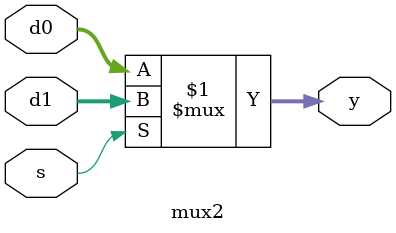
<source format=sv>
`timescale 1ns / 1ps

module mux2 #(
    parameter WIDTH = 32
) (
    input logic signed[WIDTH-1:0] d0,
    d1,
    input logic s,
    output logic signed[WIDTH-1:0] y
);

  assign y = s ? d1 : d0;

endmodule

</source>
